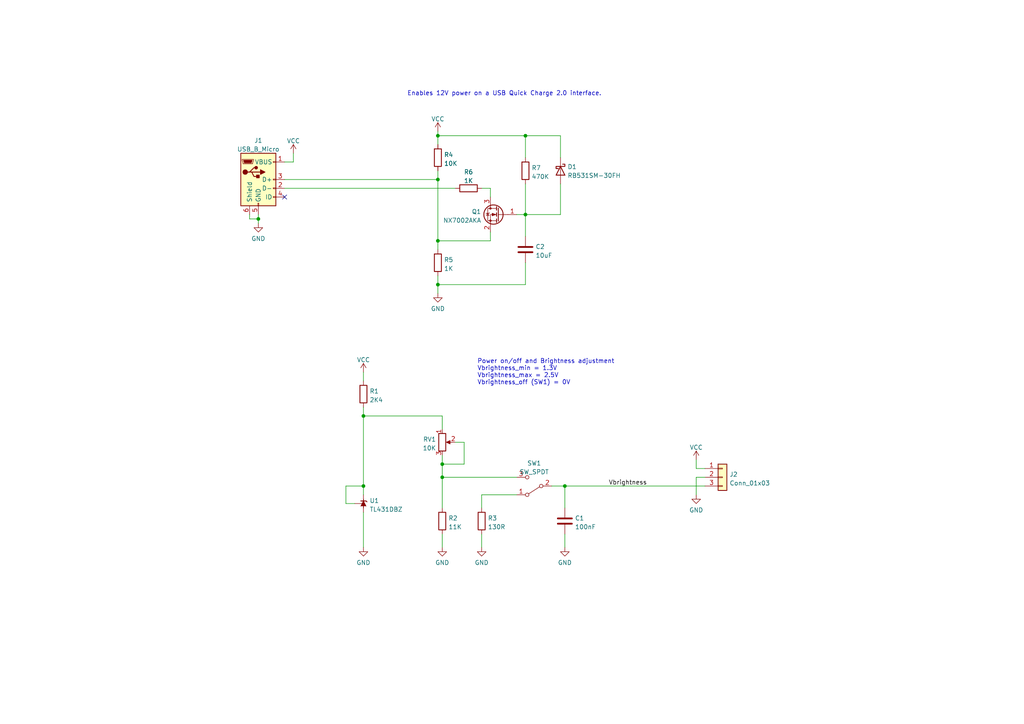
<source format=kicad_sch>
(kicad_sch (version 20211123) (generator eeschema)
  (paper "A4")
  (title_block (title "UsbQuickCharge2") (date "2023-01-14") (rev "v1.0") (company "Antoine163"))
  (lib_symbols
    (symbol "Connector:USB_B_Micro" (pin_names (offset 1.016))
      (property "Reference" "J" (at -5.08 11.43 0))
      (property "Value" "USB_B_Micro" (at -5.08 8.89 0))
      (symbol "USB_B_Micro_0_1"
        (rectangle (start -5.08 -7.62) (end 5.08 7.62) (stroke (width 0.254)) (fill (type background)))
        (circle (center -3.81 2.159) (radius 0.635) (stroke (width 0.254)) (fill (type outline)))
        (circle (center -0.635 3.429) (radius 0.381) (stroke (width 0.254)) (fill (type outline)))
        (rectangle (start -0.127 -7.62) (end 0.127 -6.858))
        (polyline (pts (xy -1.905 2.159) (xy 0.635 2.159)) (stroke (width 0.254)))
        (polyline (pts (xy -3.175 2.159) (xy -2.54 2.159) (xy -1.27 3.429) (xy -0.635 3.429)) (stroke (width 0.254)))
        (polyline (pts (xy -2.54 2.159) (xy -1.905 2.159) (xy -1.27 0.889) (xy 0 0.889)) (stroke (width 0.254)))
        (polyline (pts (xy 0.635 2.794) (xy 0.635 1.524) (xy 1.905 2.159) (xy 0.635 2.794)) (stroke (width 0.254)) (fill (type outline)))
        (polyline (pts (xy -4.318 5.588) (xy -1.778 5.588) (xy -2.032 4.826) (xy -4.064 4.826) (xy -4.318 5.588)) (fill (type outline)))
        (polyline (pts (xy -4.699 5.842) (xy -4.699 5.588) (xy -4.445 4.826) (xy -4.445 4.572) (xy -1.651 4.572) (xy -1.651 4.826) (xy -1.397 5.588) (xy -1.397 5.842) (xy -4.699 5.842)))
        (rectangle (start 0.254 1.27) (end -0.508 0.508) (stroke (width 0.254)) (fill (type outline)))
        (rectangle (start 5.08 -5.207) (end 4.318 -4.953))
        (rectangle (start 5.08 -2.667) (end 4.318 -2.413))
        (rectangle (start 5.08 -0.127) (end 4.318 0.127))
        (rectangle (start 5.08 4.953) (end 4.318 5.207))
      )
      (symbol "USB_B_Micro_1_1"
        (pin power_out line (at 7.62 5.08 180) (length 2.54) (name "VBUS") (number "1"))
        (pin bidirectional line (at 7.62 -2.54 180) (length 2.54) (name "D-") (number "2"))
        (pin bidirectional line (at 7.62 0 180) (length 2.54) (name "D+") (number "3"))
        (pin passive line (at 7.62 -5.08 180) (length 2.54) (name "ID") (number "4"))
        (pin power_out line (at 0 -10.16 90) (length 2.54) (name "GND") (number "5"))
        (pin passive line (at -2.54 -10.16 90) (length 2.54) (name "Shield") (number "6"))
      )
    )
    (symbol "Connector_Generic:Conn_01x03" (pin_names (offset 1.016) hide)
      (property "Reference" "J" (at 0 5.08 0))
      (property "Value" "Conn_01x03" (at 0 -5.08 0))
      (symbol "Conn_01x03_1_1"
        (rectangle (start -1.27 -2.413) (end 0 -2.667) (stroke (width 0.1524)))
        (rectangle (start -1.27 0.127) (end 0 -0.127) (stroke (width 0.1524)))
        (rectangle (start -1.27 2.667) (end 0 2.413) (stroke (width 0.1524)))
        (rectangle (start -1.27 3.81) (end 1.27 -3.81) (stroke (width 0.254)) (fill (type background)))
        (pin passive line (at -5.08 2.54 0) (length 3.81) (name "Pin_1") (number "1"))
        (pin passive line (at -5.08 0 0) (length 3.81) (name "Pin_2") (number "2"))
        (pin passive line (at -5.08 -2.54 0) (length 3.81) (name "Pin_3") (number "3"))
      )
    )
    (symbol "Device:C" (pin_numbers hide) (pin_names (offset 0.254))
      (property "Reference" "C" (at 0.635 2.54 0))
      (property "Value" "C" (at 0.635 -2.54 0))
      (symbol "C_0_1"
        (polyline (pts (xy -2.032 -0.762) (xy 2.032 -0.762)) (stroke (width 0.508)))
        (polyline (pts (xy -2.032 0.762) (xy 2.032 0.762)) (stroke (width 0.508)))
      )
      (symbol "C_1_1"
        (pin passive line (at 0 3.81 270) (length 2.794) (name "~") (number "1"))
        (pin passive line (at 0 -3.81 90) (length 2.794) (name "~") (number "2"))
      )
    )
    (symbol "Device:D_Schottky" (pin_numbers hide) (pin_names (offset 1.016) hide)
      (property "Reference" "D" (at 0 2.54 0))
      (property "Value" "D_Schottky" (at 0 -2.54 0))
      (symbol "D_Schottky_0_1"
        (polyline (pts (xy 1.27 0) (xy -1.27 0)))
        (polyline (pts (xy 1.27 1.27) (xy 1.27 -1.27) (xy -1.27 0) (xy 1.27 1.27)) (stroke (width 0.254)))
        (polyline (pts (xy -1.905 0.635) (xy -1.905 1.27) (xy -1.27 1.27) (xy -1.27 -1.27) (xy -0.635 -1.27) (xy -0.635 -0.635)) (stroke (width 0.254)))
      )
      (symbol "D_Schottky_1_1"
        (pin passive line (at -3.81 0 0) (length 2.54) (name "K") (number "1"))
        (pin passive line (at 3.81 0 180) (length 2.54) (name "A") (number "2"))
      )
    )
    (symbol "Device:Q_NMOS_GSD" (pin_names (offset 0) hide)
      (property "Reference" "Q" (at 5.08 1.27 0))
      (property "Value" "Q_NMOS_GSD" (at 5.08 -1.27 0))
      (symbol "Q_NMOS_GSD_0_1"
        (polyline (pts (xy 0.254 0) (xy -2.54 0)))
        (polyline (pts (xy 0.254 1.905) (xy 0.254 -1.905)) (stroke (width 0.254)))
        (polyline (pts (xy 0.762 -1.27) (xy 0.762 -2.286)) (stroke (width 0.254)))
        (polyline (pts (xy 0.762 0.508) (xy 0.762 -0.508)) (stroke (width 0.254)))
        (polyline (pts (xy 0.762 2.286) (xy 0.762 1.27)) (stroke (width 0.254)))
        (polyline (pts (xy 2.54 2.54) (xy 2.54 1.778)))
        (polyline (pts (xy 2.54 -2.54) (xy 2.54 0) (xy 0.762 0)))
        (polyline (pts (xy 0.762 -1.778) (xy 3.302 -1.778) (xy 3.302 1.778) (xy 0.762 1.778)))
        (polyline (pts (xy 1.016 0) (xy 2.032 0.381) (xy 2.032 -0.381) (xy 1.016 0)) (fill (type outline)))
        (polyline (pts (xy 2.794 0.508) (xy 2.921 0.381) (xy 3.683 0.381) (xy 3.81 0.254)))
        (polyline (pts (xy 3.302 0.381) (xy 2.921 -0.254) (xy 3.683 -0.254) (xy 3.302 0.381)))
        (circle (center 1.651 0) (radius 2.794) (stroke (width 0.254)))
        (circle (center 2.54 -1.778) (radius 0.254) (fill (type outline)))
        (circle (center 2.54 1.778) (radius 0.254) (fill (type outline)))
      )
      (symbol "Q_NMOS_GSD_1_1"
        (pin input line (at -5.08 0 0) (length 2.54) (name "G") (number "1"))
        (pin passive line (at 2.54 -5.08 90) (length 2.54) (name "S") (number "2"))
        (pin passive line (at 2.54 5.08 270) (length 2.54) (name "D") (number "3"))
      )
    )
    (symbol "Device:R" (pin_numbers hide) (pin_names (offset 0))
      (property "Reference" "R" (at 2.032 0 90))
      (property "Value" "R" (at 0 0 90))
      (symbol "R_0_1"
        (rectangle (start -1.016 -2.54) (end 1.016 2.54) (stroke (width 0.254)))
      )
      (symbol "R_1_1"
        (pin passive line (at 0 3.81 270) (length 1.27) (name "~") (number "1"))
        (pin passive line (at 0 -3.81 90) (length 1.27) (name "~") (number "2"))
      )
    )
    (symbol "Device:R_Potentiometer" (pin_names (offset 1.016) hide)
      (property "Reference" "RV" (at -4.445 0 90))
      (property "Value" "R_Potentiometer" (at -2.54 0 90))
      (symbol "R_Potentiometer_0_1"
        (polyline (pts (xy 2.54 0) (xy 1.524 0)))
        (polyline (pts (xy 1.143 0) (xy 2.286 0.508) (xy 2.286 -0.508) (xy 1.143 0)) (fill (type outline)))
        (rectangle (start 1.016 2.54) (end -1.016 -2.54) (stroke (width 0.254)))
      )
      (symbol "R_Potentiometer_1_1"
        (pin passive line (at 0 3.81 270) (length 1.27) (name "1") (number "1"))
        (pin passive line (at 3.81 0 180) (length 1.27) (name "2") (number "2"))
        (pin passive line (at 0 -3.81 90) (length 1.27) (name "3") (number "3"))
      )
    )
    (symbol "Reference_Voltage:TL431DBZ" (pin_numbers hide) (pin_names hide)
      (property "Reference" "U" (at -2.54 2.54 0))
      (property "Value" "TL431DBZ" (at 0 -2.54 0))
      (symbol "TL431DBZ_0_1"
        (polyline (pts (xy -1.27 0) (xy 0 0) (xy 1.27 0)))
        (polyline (pts (xy -0.762 0.762) (xy 0.762 0) (xy -0.762 -0.762)) (fill (type outline)))
        (polyline (pts (xy 0.508 -1.016) (xy 0.762 -0.762) (xy 0.762 0.762) (xy 0.762 0.762)) (stroke (width 0.254)))
      )
      (symbol "TL431DBZ_1_1"
        (pin passive line (at 2.54 0 180) (length 2.54) (name "K") (number "1"))
        (pin passive line (at 0 2.54 270) (length 2.54) (name "REF") (number "2"))
        (pin passive line (at -2.54 0 0) (length 2.54) (name "A") (number "3"))
      )
    )
    (symbol "Switch:SW_SPDT" (pin_names (offset 0) hide)
      (property "Reference" "SW" (at 0 4.318 0))
      (property "Value" "SW_SPDT" (at 0 -5.08 0))
      (symbol "SW_SPDT_0_0"
        (circle (center -2.032 0) (radius 0.508))
        (circle (center 2.032 -2.54) (radius 0.508))
      )
      (symbol "SW_SPDT_0_1"
        (polyline (pts (xy -1.524 0.254) (xy 1.651 2.286)))
        (circle (center 2.032 2.54) (radius 0.508))
      )
      (symbol "SW_SPDT_1_1"
        (pin passive line (at 5.08 2.54 180) (length 2.54) (name "A") (number "1"))
        (pin passive line (at -5.08 0 0) (length 2.54) (name "B") (number "2"))
        (pin passive line (at 5.08 -2.54 180) (length 2.54) (name "C") (number "3"))
      )
    )
    (symbol "power:GND" (power) (pin_names (offset 0))
      (property "Value" "GND" (at 0 -3.81 0))
      (symbol "GND_0_1"
        (polyline (pts (xy 0 0) (xy 0 -1.27) (xy 1.27 -1.27) (xy 0 -2.54) (xy -1.27 -1.27) (xy 0 -1.27)))
      )
      (symbol "GND_1_1"
        (pin power_in line (at 0 0 270) (length 0) hide (name "GND") (number "1"))
      )
    )
    (symbol "power:VCC" (power) (pin_names (offset 0))
      (property "Value" "VCC" (at 0 3.81 0))
      (symbol "VCC_0_1"
        (polyline (pts (xy -0.762 1.27) (xy 0 2.54)))
        (polyline (pts (xy 0 0) (xy 0 2.54)))
        (polyline (pts (xy 0 2.54) (xy 0.762 1.27)))
      )
      (symbol "VCC_1_1"
        (pin power_in line (at 0 0 90) (length 0) hide (name "VCC") (number "1"))
      )
    )
  )
  (junction (at 163.83 140.97))
  (junction (at 128.27 134.62))
  (junction (at 152.4 39.37))
  (junction (at 127 39.37))
  (junction (at 127 82.55))
  (junction (at 127 69.85))
  (junction (at 74.93 63.5))
  (junction (at 152.4 62.23))
  (junction (at 105.41 120.65))
  (junction (at 127 52.07))
  (junction (at 128.27 138.43))
  (junction (at 105.41 140.97))
  (no_connect (at 82.55 57.15))
  (wire (pts (xy 82.55 54.61) (xy 132.08 54.61)))
  (wire (pts (xy 105.41 120.65) (xy 105.41 118.11)))
  (wire (pts (xy 149.86 143.51) (xy 139.7 143.51)))
  (wire (pts (xy 152.4 62.23) (xy 152.4 68.58)))
  (wire (pts (xy 201.93 135.89) (xy 201.93 133.35)))
  (wire (pts (xy 127 52.07) (xy 127 69.85)))
  (wire (pts (xy 162.56 53.34) (xy 162.56 62.23)))
  (wire (pts (xy 201.93 138.43) (xy 201.93 143.51)))
  (wire (pts (xy 152.4 76.2) (xy 152.4 82.55)))
  (wire (pts (xy 105.41 148.59) (xy 105.41 158.75)))
  (wire (pts (xy 100.33 140.97) (xy 105.41 140.97)))
  (wire (pts (xy 72.39 63.5) (xy 74.93 63.5)))
  (wire (pts (xy 128.27 120.65) (xy 128.27 124.46)))
  (wire (pts (xy 152.4 45.72) (xy 152.4 39.37)))
  (wire (pts (xy 127 69.85) (xy 127 72.39)))
  (wire (pts (xy 127 38.1) (xy 127 39.37)))
  (wire (pts (xy 128.27 132.08) (xy 128.27 134.62)))
  (wire (pts (xy 204.47 138.43) (xy 201.93 138.43)))
  (wire (pts (xy 105.41 140.97) (xy 105.41 143.51)))
  (wire (pts (xy 152.4 82.55) (xy 127 82.55)))
  (wire (pts (xy 74.93 63.5) (xy 74.93 64.77)))
  (wire (pts (xy 127 49.53) (xy 127 52.07)))
  (wire (pts (xy 162.56 45.72) (xy 162.56 39.37)))
  (wire (pts (xy 134.62 134.62) (xy 128.27 134.62)))
  (wire (pts (xy 74.93 62.23) (xy 74.93 63.5)))
  (wire (pts (xy 105.41 120.65) (xy 105.41 140.97)))
  (wire (pts (xy 82.55 52.07) (xy 127 52.07)))
  (wire (pts (xy 162.56 62.23) (xy 152.4 62.23)))
  (wire (pts (xy 128.27 120.65) (xy 105.41 120.65)))
  (wire (pts (xy 142.24 67.31) (xy 142.24 69.85)))
  (wire (pts (xy 127 82.55) (xy 127 85.09)))
  (wire (pts (xy 139.7 143.51) (xy 139.7 147.32)))
  (wire (pts (xy 152.4 53.34) (xy 152.4 62.23)))
  (wire (pts (xy 100.33 146.05) (xy 100.33 140.97)))
  (wire (pts (xy 128.27 134.62) (xy 128.27 138.43)))
  (wire (pts (xy 134.62 128.27) (xy 134.62 134.62)))
  (wire (pts (xy 127 41.91) (xy 127 39.37)))
  (wire (pts (xy 152.4 39.37) (xy 127 39.37)))
  (wire (pts (xy 163.83 140.97) (xy 163.83 147.32)))
  (wire (pts (xy 128.27 154.94) (xy 128.27 158.75)))
  (wire (pts (xy 72.39 62.23) (xy 72.39 63.5)))
  (wire (pts (xy 82.55 46.99) (xy 85.09 46.99)))
  (wire (pts (xy 204.47 135.89) (xy 201.93 135.89)))
  (wire (pts (xy 142.24 69.85) (xy 127 69.85)))
  (wire (pts (xy 139.7 154.94) (xy 139.7 158.75)))
  (wire (pts (xy 142.24 54.61) (xy 142.24 57.15)))
  (wire (pts (xy 128.27 138.43) (xy 128.27 147.32)))
  (wire (pts (xy 160.02 140.97) (xy 163.83 140.97)))
  (wire (pts (xy 128.27 138.43) (xy 149.86 138.43)))
  (wire (pts (xy 163.83 154.94) (xy 163.83 158.75)))
  (wire (pts (xy 139.7 54.61) (xy 142.24 54.61)))
  (wire (pts (xy 105.41 107.95) (xy 105.41 110.49)))
  (wire (pts (xy 85.09 44.45) (xy 85.09 46.99)))
  (wire (pts (xy 132.08 128.27) (xy 134.62 128.27)))
  (wire (pts (xy 149.86 62.23) (xy 152.4 62.23)))
  (wire (pts (xy 102.87 146.05) (xy 100.33 146.05)))
  (wire (pts (xy 127 80.01) (xy 127 82.55)))
  (wire (pts (xy 163.83 140.97) (xy 204.47 140.97)))
  (wire (pts (xy 152.4 39.37) (xy 162.56 39.37)))
  (text "Enables 12V power on a USB Quick Charge 2.0 interface." (at 118.11 27.94 0) (effects (font (size 1.27 1.27)) (justify left bottom)))
  (text "Power on/off and Brightness adjustment\nVbrightness_min = 1.3V\nVbrightness_max = 2.5V\nVbrightness_off (SW1) = 0V" (at 138.43 111.76 0) (effects (font (size 1.27 1.27)) (justify left bottom)))
  (label "Vbrightness" (at 176.53 140.97 0))
  (symbol (lib_id "Device:R") (at 128.27 151.13 0) (unit 1)
    (property "Reference" "R2" (at 130.048 150.2953 0) (effects (justify left)))
    (property "Value" "11K" (at 130.048 152.8322 0) (effects (justify left)))
    (property "Footprint" "Resistor_SMD:R_0402_1005Metric_Pad0.72x0.64mm_HandSolder" (effects hide))
  )
  (symbol (lib_id "power:GND") (at 163.83 158.75 0) (unit 1)
    (property "Reference" "#PWR?" (effects hide))
    (property "Value" "GND" (at 163.83 163.1934 0))
  )
  (symbol (lib_id "Device:R") (at 105.41 114.3 0) (unit 1)
    (property "Reference" "R1" (at 107.188 113.4653 0) (effects (justify left)))
    (property "Value" "2K4" (at 107.188 116.0022 0) (effects (justify left)))
    (property "Footprint" "Resistor_SMD:R_0402_1005Metric_Pad0.72x0.64mm_HandSolder" (effects hide))
  )
  (symbol (lib_id "power:GND") (at 128.27 158.75 0) (unit 1)
    (property "Reference" "#PWR04" (effects hide))
    (property "Value" "GND" (at 128.27 163.1934 0))
  )
  (symbol (lib_id "Device:C") (at 152.4 72.39 0) (unit 1)
    (property "Reference" "C2" (at 155.321 71.5553 0) (effects (justify left)))
    (property "Value" "10uF" (at 155.321 74.0922 0) (effects (justify left)))
    (property "Footprint" "Capacitor_SMD:C_0805_2012Metric_Pad1.18x1.45mm_HandSolder" (effects hide))
  )
  (symbol (lib_id "Device:D_Schottky") (at 162.56 49.53 270) (unit 1)
    (property "Reference" "D1" (at 164.592 48.3778 90) (effects (justify left)))
    (property "Value" "RB531SM-30FH" (at 164.592 50.9147 90) (effects (justify left)))
    (property "Footprint" "Diode_SMD:D_SOD-523" (effects hide))
    (property "Datasheet" "https://fscdn.rohm.com/en/products/databook/datasheet/discrete/diode/schottky_barrier/rb531sm-30fht2r-e.pdf" (effects hide))
    (property "Vendor" "Rohm: RB531SM-30FH" (effects hide))
  )
  (symbol (lib_id "power:VCC") (at 105.41 107.95 0) (unit 1)
    (property "Reference" "#PWR03" (effects hide))
    (property "Value" "VCC" (at 105.41 104.3742 0))
  )
  (symbol (lib_id "power:VCC") (at 85.09 44.45 0) (unit 1)
    (property "Reference" "#PWR02" (effects hide))
    (property "Value" "VCC" (at 85.09 40.8742 0))
  )
  (symbol (lib_id "Device:R") (at 135.89 54.61 90) (unit 1)
    (property "Reference" "R6" (at 135.89 49.8942 90))
    (property "Value" "1K" (at 135.89 52.4311 90))
    (property "Footprint" "Resistor_SMD:R_0402_1005Metric_Pad0.72x0.64mm_HandSolder" (effects hide))
  )
  (symbol (lib_id "Device:R") (at 127 76.2 0) (unit 1)
    (property "Reference" "R5" (at 128.778 75.3653 0) (effects (justify left)))
    (property "Value" "1K" (at 128.778 77.9022 0) (effects (justify left)))
    (property "Footprint" "Resistor_SMD:R_0402_1005Metric_Pad0.72x0.64mm_HandSolder" (effects hide))
  )
  (symbol (lib_id "Device:R_Potentiometer") (at 128.27 128.27 0) (unit 1)
    (property "Reference" "RV1" (at 126.492 127.4353 0) (effects (justify right)))
    (property "Value" "10K" (at 126.492 129.9722 0) (effects (justify right)))
    (property "Datasheet" "https://tech.alpsalpine.com/e/products/detail/RS08U111Z001/" (effects hide))
    (property "Vendor" "Alps Alpine:RS08U111Z001" (effects hide))
  )
  (symbol (lib_id "power:GND") (at 127 85.09 0) (unit 1)
    (property "Reference" "#PWR06" (effects hide))
    (property "Value" "GND" (at 127 89.5334 0))
  )
  (symbol (lib_id "power:VCC") (at 201.93 133.35 0) (unit 1)
    (property "Reference" "#PWR07" (effects hide))
    (property "Value" "VCC" (at 201.93 129.7742 0))
  )
  (symbol (lib_id "Device:R") (at 127 45.72 0) (unit 1)
    (property "Reference" "R4" (at 128.778 44.8853 0) (effects (justify left)))
    (property "Value" "10K" (at 128.778 47.4222 0) (effects (justify left)))
    (property "Footprint" "Resistor_SMD:R_0402_1005Metric_Pad0.72x0.64mm_HandSolder" (effects hide))
  )
  (symbol (lib_id "power:GND") (at 201.93 143.51 0) (unit 1)
    (property "Reference" "#PWR08" (effects hide))
    (property "Value" "GND" (at 201.93 147.9534 0))
  )
  (symbol (lib_id "Device:R") (at 152.4 49.53 0) (unit 1)
    (property "Reference" "R7" (at 154.178 48.6953 0) (effects (justify left)))
    (property "Value" "470K" (at 154.178 51.2322 0) (effects (justify left)))
    (property "Footprint" "Resistor_SMD:R_0402_1005Metric_Pad0.72x0.64mm_HandSolder" (effects hide))
  )
  (symbol (lib_id "Switch:SW_SPDT") (at 154.94 140.97 180) (unit 1)
    (property "Reference" "SW1" (at 154.94 134.3492 0))
    (property "Value" "SW_SPDT" (at 154.94 136.8861 0))
    (property "Footprint" "Button_Switch_SMD:SW_SPDT_PCM12" (effects hide))
    (property "Datasheet" "https://www.ckswitches.com/products/switches/product-details/Slide/PCM/PCM12SMTR/" (effects hide))
    (property "Vendor" "C&K: PCM12SMTR" (effects hide))
  )
  (symbol (lib_id "Device:C") (at 163.83 151.13 0) (unit 1)
    (property "Reference" "C1" (at 166.751 150.2953 0) (effects (justify left)))
    (property "Value" "100nF" (at 166.751 152.8322 0) (effects (justify left)))
    (property "Footprint" "Capacitor_SMD:C_0402_1005Metric_Pad0.74x0.62mm_HandSolder" (effects hide))
  )
  (symbol (lib_id "Reference_Voltage:TL431DBZ") (at 105.41 146.05 90) (unit 1)
    (property "Reference" "U1" (at 107.188 145.2153 90) (effects (justify right)))
    (property "Value" "TL431DBZ" (at 107.188 147.7522 90) (effects (justify right)))
    (property "Footprint" "Package_TO_SOT_SMD:SOT-23" (effects hide))
    (property "Datasheet" "http://www.ti.com/lit/ds/symlink/tl431.pdf" (effects hide))
  )
  (symbol (lib_id "Connector:USB_B_Micro") (at 74.93 52.07 0) (unit 1)
    (property "Reference" "J1" (at 74.93 40.7502 0))
    (property "Value" "USB_B_Micro" (at 74.93 43.2871 0))
    (property "Footprint" "Connector_USB:USB_Micro-B_Molex-105017-0001" (effects hide))
    (property "Datasheet" "https://www.molex.com/molex/products/part-detail/io_connectors/1050170001" (effects hide))
    (property "Vendor" "Molex: 105017-0001" (effects hide))
  )
  (symbol (lib_id "power:GND") (at 105.41 158.75 0) (unit 1)
    (property "Reference" "#PWR09" (effects hide))
    (property "Value" "GND" (at 105.41 163.1934 0))
  )
  (symbol (lib_id "power:GND") (at 74.93 64.77 0) (unit 1)
    (property "Reference" "#PWR01" (effects hide))
    (property "Value" "GND" (at 74.93 69.2134 0))
  )
  (symbol (lib_id "power:GND") (at 139.7 158.75 0) (unit 1)
    (property "Reference" "#PWR?" (effects hide))
    (property "Value" "GND" (at 139.7 163.1934 0))
  )
  (symbol (lib_id "Device:Q_NMOS_GSD") (at 144.78 62.23 0) (mirror y) (unit 1)
    (property "Reference" "Q1" (at 139.573 61.3953 0) (effects (justify left)))
    (property "Value" "NX7002AKA" (at 139.573 63.9322 0) (effects (justify left)))
    (property "Footprint" "Package_TO_SOT_SMD:TSOT-23_HandSoldering" (effects hide))
    (property "Datasheet" "https://www.farnell.com/datasheets/3621496.pdf" (effects hide))
    (property "Vendor" "NXP: NX7002AKA" (effects hide))
  )
  (symbol (lib_id "Connector_Generic:Conn_01x03") (at 209.55 138.43 0) (unit 1)
    (property "Reference" "J2" (at 211.582 137.5953 0) (effects (justify left)))
    (property "Value" "Conn_01x03" (at 211.582 140.1322 0) (effects (justify left)))
  )
  (symbol (lib_id "power:VCC") (at 127 38.1 0) (unit 1)
    (property "Reference" "#PWR05" (effects hide))
    (property "Value" "VCC" (at 127 34.5242 0))
  )
  (symbol (lib_id "Device:R") (at 139.7 151.13 0) (unit 1)
    (property "Reference" "R3" (at 141.478 150.2953 0) (effects (justify left)))
    (property "Value" "130R" (at 141.478 152.8322 0) (effects (justify left)))
    (property "Footprint" "Resistor_SMD:R_0402_1005Metric_Pad0.72x0.64mm_HandSolder" (effects hide))
  )
)
</source>
